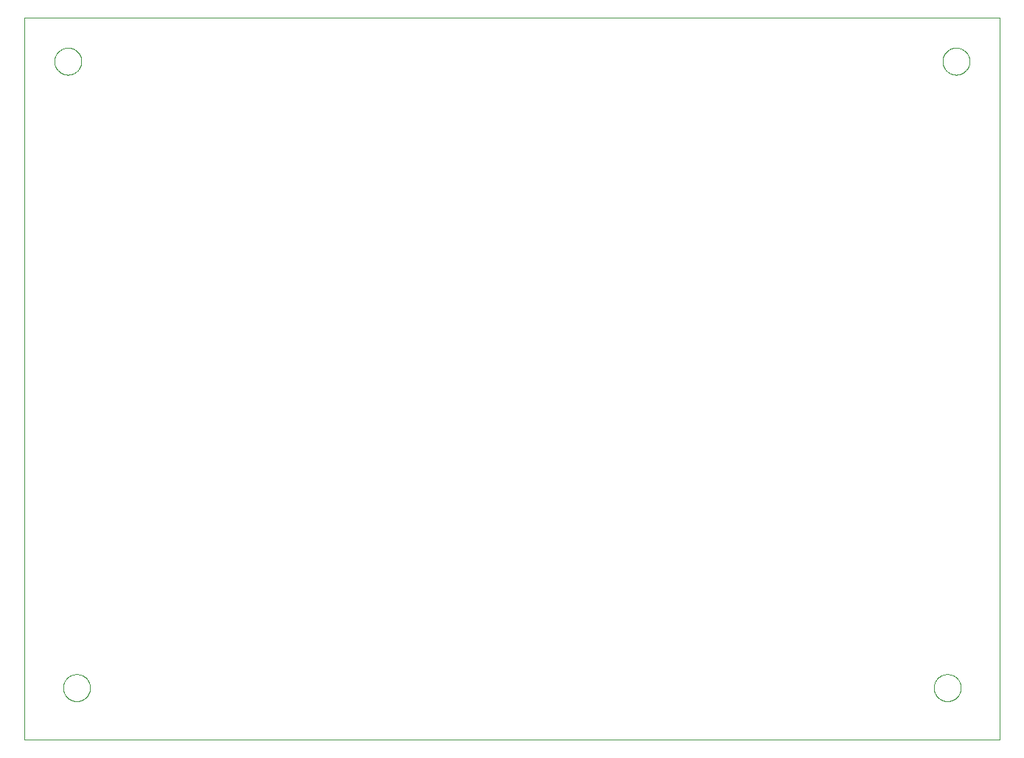
<source format=gko>
G04 EAGLE Gerber RS-274X export*
G75*
%MOMM*%
%FSLAX34Y34*%
%LPD*%
%INBoard ouline*%
%IPPOS*%
%AMOC8*
5,1,8,0,0,1.08239X$1,22.5*%
G01*
%ADD10C,0.000000*%


D10*
X230000Y450000D02*
X1350000Y450000D01*
X1350000Y1280000D01*
X230000Y1280000D01*
X230000Y450000D01*
X274500Y510000D02*
X274505Y510380D01*
X274519Y510761D01*
X274542Y511140D01*
X274575Y511519D01*
X274617Y511897D01*
X274668Y512274D01*
X274728Y512650D01*
X274798Y513024D01*
X274877Y513396D01*
X274965Y513766D01*
X275061Y514134D01*
X275167Y514499D01*
X275282Y514862D01*
X275406Y515222D01*
X275539Y515578D01*
X275680Y515932D01*
X275830Y516281D01*
X275988Y516627D01*
X276155Y516969D01*
X276330Y517307D01*
X276514Y517640D01*
X276705Y517969D01*
X276905Y518292D01*
X277112Y518611D01*
X277327Y518925D01*
X277550Y519233D01*
X277781Y519536D01*
X278018Y519833D01*
X278263Y520124D01*
X278515Y520409D01*
X278774Y520688D01*
X279040Y520960D01*
X279312Y521226D01*
X279591Y521485D01*
X279876Y521737D01*
X280167Y521982D01*
X280464Y522219D01*
X280767Y522450D01*
X281075Y522673D01*
X281389Y522888D01*
X281708Y523095D01*
X282031Y523295D01*
X282360Y523486D01*
X282693Y523670D01*
X283031Y523845D01*
X283373Y524012D01*
X283719Y524170D01*
X284068Y524320D01*
X284422Y524461D01*
X284778Y524594D01*
X285138Y524718D01*
X285501Y524833D01*
X285866Y524939D01*
X286234Y525035D01*
X286604Y525123D01*
X286976Y525202D01*
X287350Y525272D01*
X287726Y525332D01*
X288103Y525383D01*
X288481Y525425D01*
X288860Y525458D01*
X289239Y525481D01*
X289620Y525495D01*
X290000Y525500D01*
X290380Y525495D01*
X290761Y525481D01*
X291140Y525458D01*
X291519Y525425D01*
X291897Y525383D01*
X292274Y525332D01*
X292650Y525272D01*
X293024Y525202D01*
X293396Y525123D01*
X293766Y525035D01*
X294134Y524939D01*
X294499Y524833D01*
X294862Y524718D01*
X295222Y524594D01*
X295578Y524461D01*
X295932Y524320D01*
X296281Y524170D01*
X296627Y524012D01*
X296969Y523845D01*
X297307Y523670D01*
X297640Y523486D01*
X297969Y523295D01*
X298292Y523095D01*
X298611Y522888D01*
X298925Y522673D01*
X299233Y522450D01*
X299536Y522219D01*
X299833Y521982D01*
X300124Y521737D01*
X300409Y521485D01*
X300688Y521226D01*
X300960Y520960D01*
X301226Y520688D01*
X301485Y520409D01*
X301737Y520124D01*
X301982Y519833D01*
X302219Y519536D01*
X302450Y519233D01*
X302673Y518925D01*
X302888Y518611D01*
X303095Y518292D01*
X303295Y517969D01*
X303486Y517640D01*
X303670Y517307D01*
X303845Y516969D01*
X304012Y516627D01*
X304170Y516281D01*
X304320Y515932D01*
X304461Y515578D01*
X304594Y515222D01*
X304718Y514862D01*
X304833Y514499D01*
X304939Y514134D01*
X305035Y513766D01*
X305123Y513396D01*
X305202Y513024D01*
X305272Y512650D01*
X305332Y512274D01*
X305383Y511897D01*
X305425Y511519D01*
X305458Y511140D01*
X305481Y510761D01*
X305495Y510380D01*
X305500Y510000D01*
X305495Y509620D01*
X305481Y509239D01*
X305458Y508860D01*
X305425Y508481D01*
X305383Y508103D01*
X305332Y507726D01*
X305272Y507350D01*
X305202Y506976D01*
X305123Y506604D01*
X305035Y506234D01*
X304939Y505866D01*
X304833Y505501D01*
X304718Y505138D01*
X304594Y504778D01*
X304461Y504422D01*
X304320Y504068D01*
X304170Y503719D01*
X304012Y503373D01*
X303845Y503031D01*
X303670Y502693D01*
X303486Y502360D01*
X303295Y502031D01*
X303095Y501708D01*
X302888Y501389D01*
X302673Y501075D01*
X302450Y500767D01*
X302219Y500464D01*
X301982Y500167D01*
X301737Y499876D01*
X301485Y499591D01*
X301226Y499312D01*
X300960Y499040D01*
X300688Y498774D01*
X300409Y498515D01*
X300124Y498263D01*
X299833Y498018D01*
X299536Y497781D01*
X299233Y497550D01*
X298925Y497327D01*
X298611Y497112D01*
X298292Y496905D01*
X297969Y496705D01*
X297640Y496514D01*
X297307Y496330D01*
X296969Y496155D01*
X296627Y495988D01*
X296281Y495830D01*
X295932Y495680D01*
X295578Y495539D01*
X295222Y495406D01*
X294862Y495282D01*
X294499Y495167D01*
X294134Y495061D01*
X293766Y494965D01*
X293396Y494877D01*
X293024Y494798D01*
X292650Y494728D01*
X292274Y494668D01*
X291897Y494617D01*
X291519Y494575D01*
X291140Y494542D01*
X290761Y494519D01*
X290380Y494505D01*
X290000Y494500D01*
X289620Y494505D01*
X289239Y494519D01*
X288860Y494542D01*
X288481Y494575D01*
X288103Y494617D01*
X287726Y494668D01*
X287350Y494728D01*
X286976Y494798D01*
X286604Y494877D01*
X286234Y494965D01*
X285866Y495061D01*
X285501Y495167D01*
X285138Y495282D01*
X284778Y495406D01*
X284422Y495539D01*
X284068Y495680D01*
X283719Y495830D01*
X283373Y495988D01*
X283031Y496155D01*
X282693Y496330D01*
X282360Y496514D01*
X282031Y496705D01*
X281708Y496905D01*
X281389Y497112D01*
X281075Y497327D01*
X280767Y497550D01*
X280464Y497781D01*
X280167Y498018D01*
X279876Y498263D01*
X279591Y498515D01*
X279312Y498774D01*
X279040Y499040D01*
X278774Y499312D01*
X278515Y499591D01*
X278263Y499876D01*
X278018Y500167D01*
X277781Y500464D01*
X277550Y500767D01*
X277327Y501075D01*
X277112Y501389D01*
X276905Y501708D01*
X276705Y502031D01*
X276514Y502360D01*
X276330Y502693D01*
X276155Y503031D01*
X275988Y503373D01*
X275830Y503719D01*
X275680Y504068D01*
X275539Y504422D01*
X275406Y504778D01*
X275282Y505138D01*
X275167Y505501D01*
X275061Y505866D01*
X274965Y506234D01*
X274877Y506604D01*
X274798Y506976D01*
X274728Y507350D01*
X274668Y507726D01*
X274617Y508103D01*
X274575Y508481D01*
X274542Y508860D01*
X274519Y509239D01*
X274505Y509620D01*
X274500Y510000D01*
X264500Y1230000D02*
X264505Y1230380D01*
X264519Y1230761D01*
X264542Y1231140D01*
X264575Y1231519D01*
X264617Y1231897D01*
X264668Y1232274D01*
X264728Y1232650D01*
X264798Y1233024D01*
X264877Y1233396D01*
X264965Y1233766D01*
X265061Y1234134D01*
X265167Y1234499D01*
X265282Y1234862D01*
X265406Y1235222D01*
X265539Y1235578D01*
X265680Y1235932D01*
X265830Y1236281D01*
X265988Y1236627D01*
X266155Y1236969D01*
X266330Y1237307D01*
X266514Y1237640D01*
X266705Y1237969D01*
X266905Y1238292D01*
X267112Y1238611D01*
X267327Y1238925D01*
X267550Y1239233D01*
X267781Y1239536D01*
X268018Y1239833D01*
X268263Y1240124D01*
X268515Y1240409D01*
X268774Y1240688D01*
X269040Y1240960D01*
X269312Y1241226D01*
X269591Y1241485D01*
X269876Y1241737D01*
X270167Y1241982D01*
X270464Y1242219D01*
X270767Y1242450D01*
X271075Y1242673D01*
X271389Y1242888D01*
X271708Y1243095D01*
X272031Y1243295D01*
X272360Y1243486D01*
X272693Y1243670D01*
X273031Y1243845D01*
X273373Y1244012D01*
X273719Y1244170D01*
X274068Y1244320D01*
X274422Y1244461D01*
X274778Y1244594D01*
X275138Y1244718D01*
X275501Y1244833D01*
X275866Y1244939D01*
X276234Y1245035D01*
X276604Y1245123D01*
X276976Y1245202D01*
X277350Y1245272D01*
X277726Y1245332D01*
X278103Y1245383D01*
X278481Y1245425D01*
X278860Y1245458D01*
X279239Y1245481D01*
X279620Y1245495D01*
X280000Y1245500D01*
X280380Y1245495D01*
X280761Y1245481D01*
X281140Y1245458D01*
X281519Y1245425D01*
X281897Y1245383D01*
X282274Y1245332D01*
X282650Y1245272D01*
X283024Y1245202D01*
X283396Y1245123D01*
X283766Y1245035D01*
X284134Y1244939D01*
X284499Y1244833D01*
X284862Y1244718D01*
X285222Y1244594D01*
X285578Y1244461D01*
X285932Y1244320D01*
X286281Y1244170D01*
X286627Y1244012D01*
X286969Y1243845D01*
X287307Y1243670D01*
X287640Y1243486D01*
X287969Y1243295D01*
X288292Y1243095D01*
X288611Y1242888D01*
X288925Y1242673D01*
X289233Y1242450D01*
X289536Y1242219D01*
X289833Y1241982D01*
X290124Y1241737D01*
X290409Y1241485D01*
X290688Y1241226D01*
X290960Y1240960D01*
X291226Y1240688D01*
X291485Y1240409D01*
X291737Y1240124D01*
X291982Y1239833D01*
X292219Y1239536D01*
X292450Y1239233D01*
X292673Y1238925D01*
X292888Y1238611D01*
X293095Y1238292D01*
X293295Y1237969D01*
X293486Y1237640D01*
X293670Y1237307D01*
X293845Y1236969D01*
X294012Y1236627D01*
X294170Y1236281D01*
X294320Y1235932D01*
X294461Y1235578D01*
X294594Y1235222D01*
X294718Y1234862D01*
X294833Y1234499D01*
X294939Y1234134D01*
X295035Y1233766D01*
X295123Y1233396D01*
X295202Y1233024D01*
X295272Y1232650D01*
X295332Y1232274D01*
X295383Y1231897D01*
X295425Y1231519D01*
X295458Y1231140D01*
X295481Y1230761D01*
X295495Y1230380D01*
X295500Y1230000D01*
X295495Y1229620D01*
X295481Y1229239D01*
X295458Y1228860D01*
X295425Y1228481D01*
X295383Y1228103D01*
X295332Y1227726D01*
X295272Y1227350D01*
X295202Y1226976D01*
X295123Y1226604D01*
X295035Y1226234D01*
X294939Y1225866D01*
X294833Y1225501D01*
X294718Y1225138D01*
X294594Y1224778D01*
X294461Y1224422D01*
X294320Y1224068D01*
X294170Y1223719D01*
X294012Y1223373D01*
X293845Y1223031D01*
X293670Y1222693D01*
X293486Y1222360D01*
X293295Y1222031D01*
X293095Y1221708D01*
X292888Y1221389D01*
X292673Y1221075D01*
X292450Y1220767D01*
X292219Y1220464D01*
X291982Y1220167D01*
X291737Y1219876D01*
X291485Y1219591D01*
X291226Y1219312D01*
X290960Y1219040D01*
X290688Y1218774D01*
X290409Y1218515D01*
X290124Y1218263D01*
X289833Y1218018D01*
X289536Y1217781D01*
X289233Y1217550D01*
X288925Y1217327D01*
X288611Y1217112D01*
X288292Y1216905D01*
X287969Y1216705D01*
X287640Y1216514D01*
X287307Y1216330D01*
X286969Y1216155D01*
X286627Y1215988D01*
X286281Y1215830D01*
X285932Y1215680D01*
X285578Y1215539D01*
X285222Y1215406D01*
X284862Y1215282D01*
X284499Y1215167D01*
X284134Y1215061D01*
X283766Y1214965D01*
X283396Y1214877D01*
X283024Y1214798D01*
X282650Y1214728D01*
X282274Y1214668D01*
X281897Y1214617D01*
X281519Y1214575D01*
X281140Y1214542D01*
X280761Y1214519D01*
X280380Y1214505D01*
X280000Y1214500D01*
X279620Y1214505D01*
X279239Y1214519D01*
X278860Y1214542D01*
X278481Y1214575D01*
X278103Y1214617D01*
X277726Y1214668D01*
X277350Y1214728D01*
X276976Y1214798D01*
X276604Y1214877D01*
X276234Y1214965D01*
X275866Y1215061D01*
X275501Y1215167D01*
X275138Y1215282D01*
X274778Y1215406D01*
X274422Y1215539D01*
X274068Y1215680D01*
X273719Y1215830D01*
X273373Y1215988D01*
X273031Y1216155D01*
X272693Y1216330D01*
X272360Y1216514D01*
X272031Y1216705D01*
X271708Y1216905D01*
X271389Y1217112D01*
X271075Y1217327D01*
X270767Y1217550D01*
X270464Y1217781D01*
X270167Y1218018D01*
X269876Y1218263D01*
X269591Y1218515D01*
X269312Y1218774D01*
X269040Y1219040D01*
X268774Y1219312D01*
X268515Y1219591D01*
X268263Y1219876D01*
X268018Y1220167D01*
X267781Y1220464D01*
X267550Y1220767D01*
X267327Y1221075D01*
X267112Y1221389D01*
X266905Y1221708D01*
X266705Y1222031D01*
X266514Y1222360D01*
X266330Y1222693D01*
X266155Y1223031D01*
X265988Y1223373D01*
X265830Y1223719D01*
X265680Y1224068D01*
X265539Y1224422D01*
X265406Y1224778D01*
X265282Y1225138D01*
X265167Y1225501D01*
X265061Y1225866D01*
X264965Y1226234D01*
X264877Y1226604D01*
X264798Y1226976D01*
X264728Y1227350D01*
X264668Y1227726D01*
X264617Y1228103D01*
X264575Y1228481D01*
X264542Y1228860D01*
X264519Y1229239D01*
X264505Y1229620D01*
X264500Y1230000D01*
X1284500Y1230000D02*
X1284505Y1230380D01*
X1284519Y1230761D01*
X1284542Y1231140D01*
X1284575Y1231519D01*
X1284617Y1231897D01*
X1284668Y1232274D01*
X1284728Y1232650D01*
X1284798Y1233024D01*
X1284877Y1233396D01*
X1284965Y1233766D01*
X1285061Y1234134D01*
X1285167Y1234499D01*
X1285282Y1234862D01*
X1285406Y1235222D01*
X1285539Y1235578D01*
X1285680Y1235932D01*
X1285830Y1236281D01*
X1285988Y1236627D01*
X1286155Y1236969D01*
X1286330Y1237307D01*
X1286514Y1237640D01*
X1286705Y1237969D01*
X1286905Y1238292D01*
X1287112Y1238611D01*
X1287327Y1238925D01*
X1287550Y1239233D01*
X1287781Y1239536D01*
X1288018Y1239833D01*
X1288263Y1240124D01*
X1288515Y1240409D01*
X1288774Y1240688D01*
X1289040Y1240960D01*
X1289312Y1241226D01*
X1289591Y1241485D01*
X1289876Y1241737D01*
X1290167Y1241982D01*
X1290464Y1242219D01*
X1290767Y1242450D01*
X1291075Y1242673D01*
X1291389Y1242888D01*
X1291708Y1243095D01*
X1292031Y1243295D01*
X1292360Y1243486D01*
X1292693Y1243670D01*
X1293031Y1243845D01*
X1293373Y1244012D01*
X1293719Y1244170D01*
X1294068Y1244320D01*
X1294422Y1244461D01*
X1294778Y1244594D01*
X1295138Y1244718D01*
X1295501Y1244833D01*
X1295866Y1244939D01*
X1296234Y1245035D01*
X1296604Y1245123D01*
X1296976Y1245202D01*
X1297350Y1245272D01*
X1297726Y1245332D01*
X1298103Y1245383D01*
X1298481Y1245425D01*
X1298860Y1245458D01*
X1299239Y1245481D01*
X1299620Y1245495D01*
X1300000Y1245500D01*
X1300380Y1245495D01*
X1300761Y1245481D01*
X1301140Y1245458D01*
X1301519Y1245425D01*
X1301897Y1245383D01*
X1302274Y1245332D01*
X1302650Y1245272D01*
X1303024Y1245202D01*
X1303396Y1245123D01*
X1303766Y1245035D01*
X1304134Y1244939D01*
X1304499Y1244833D01*
X1304862Y1244718D01*
X1305222Y1244594D01*
X1305578Y1244461D01*
X1305932Y1244320D01*
X1306281Y1244170D01*
X1306627Y1244012D01*
X1306969Y1243845D01*
X1307307Y1243670D01*
X1307640Y1243486D01*
X1307969Y1243295D01*
X1308292Y1243095D01*
X1308611Y1242888D01*
X1308925Y1242673D01*
X1309233Y1242450D01*
X1309536Y1242219D01*
X1309833Y1241982D01*
X1310124Y1241737D01*
X1310409Y1241485D01*
X1310688Y1241226D01*
X1310960Y1240960D01*
X1311226Y1240688D01*
X1311485Y1240409D01*
X1311737Y1240124D01*
X1311982Y1239833D01*
X1312219Y1239536D01*
X1312450Y1239233D01*
X1312673Y1238925D01*
X1312888Y1238611D01*
X1313095Y1238292D01*
X1313295Y1237969D01*
X1313486Y1237640D01*
X1313670Y1237307D01*
X1313845Y1236969D01*
X1314012Y1236627D01*
X1314170Y1236281D01*
X1314320Y1235932D01*
X1314461Y1235578D01*
X1314594Y1235222D01*
X1314718Y1234862D01*
X1314833Y1234499D01*
X1314939Y1234134D01*
X1315035Y1233766D01*
X1315123Y1233396D01*
X1315202Y1233024D01*
X1315272Y1232650D01*
X1315332Y1232274D01*
X1315383Y1231897D01*
X1315425Y1231519D01*
X1315458Y1231140D01*
X1315481Y1230761D01*
X1315495Y1230380D01*
X1315500Y1230000D01*
X1315495Y1229620D01*
X1315481Y1229239D01*
X1315458Y1228860D01*
X1315425Y1228481D01*
X1315383Y1228103D01*
X1315332Y1227726D01*
X1315272Y1227350D01*
X1315202Y1226976D01*
X1315123Y1226604D01*
X1315035Y1226234D01*
X1314939Y1225866D01*
X1314833Y1225501D01*
X1314718Y1225138D01*
X1314594Y1224778D01*
X1314461Y1224422D01*
X1314320Y1224068D01*
X1314170Y1223719D01*
X1314012Y1223373D01*
X1313845Y1223031D01*
X1313670Y1222693D01*
X1313486Y1222360D01*
X1313295Y1222031D01*
X1313095Y1221708D01*
X1312888Y1221389D01*
X1312673Y1221075D01*
X1312450Y1220767D01*
X1312219Y1220464D01*
X1311982Y1220167D01*
X1311737Y1219876D01*
X1311485Y1219591D01*
X1311226Y1219312D01*
X1310960Y1219040D01*
X1310688Y1218774D01*
X1310409Y1218515D01*
X1310124Y1218263D01*
X1309833Y1218018D01*
X1309536Y1217781D01*
X1309233Y1217550D01*
X1308925Y1217327D01*
X1308611Y1217112D01*
X1308292Y1216905D01*
X1307969Y1216705D01*
X1307640Y1216514D01*
X1307307Y1216330D01*
X1306969Y1216155D01*
X1306627Y1215988D01*
X1306281Y1215830D01*
X1305932Y1215680D01*
X1305578Y1215539D01*
X1305222Y1215406D01*
X1304862Y1215282D01*
X1304499Y1215167D01*
X1304134Y1215061D01*
X1303766Y1214965D01*
X1303396Y1214877D01*
X1303024Y1214798D01*
X1302650Y1214728D01*
X1302274Y1214668D01*
X1301897Y1214617D01*
X1301519Y1214575D01*
X1301140Y1214542D01*
X1300761Y1214519D01*
X1300380Y1214505D01*
X1300000Y1214500D01*
X1299620Y1214505D01*
X1299239Y1214519D01*
X1298860Y1214542D01*
X1298481Y1214575D01*
X1298103Y1214617D01*
X1297726Y1214668D01*
X1297350Y1214728D01*
X1296976Y1214798D01*
X1296604Y1214877D01*
X1296234Y1214965D01*
X1295866Y1215061D01*
X1295501Y1215167D01*
X1295138Y1215282D01*
X1294778Y1215406D01*
X1294422Y1215539D01*
X1294068Y1215680D01*
X1293719Y1215830D01*
X1293373Y1215988D01*
X1293031Y1216155D01*
X1292693Y1216330D01*
X1292360Y1216514D01*
X1292031Y1216705D01*
X1291708Y1216905D01*
X1291389Y1217112D01*
X1291075Y1217327D01*
X1290767Y1217550D01*
X1290464Y1217781D01*
X1290167Y1218018D01*
X1289876Y1218263D01*
X1289591Y1218515D01*
X1289312Y1218774D01*
X1289040Y1219040D01*
X1288774Y1219312D01*
X1288515Y1219591D01*
X1288263Y1219876D01*
X1288018Y1220167D01*
X1287781Y1220464D01*
X1287550Y1220767D01*
X1287327Y1221075D01*
X1287112Y1221389D01*
X1286905Y1221708D01*
X1286705Y1222031D01*
X1286514Y1222360D01*
X1286330Y1222693D01*
X1286155Y1223031D01*
X1285988Y1223373D01*
X1285830Y1223719D01*
X1285680Y1224068D01*
X1285539Y1224422D01*
X1285406Y1224778D01*
X1285282Y1225138D01*
X1285167Y1225501D01*
X1285061Y1225866D01*
X1284965Y1226234D01*
X1284877Y1226604D01*
X1284798Y1226976D01*
X1284728Y1227350D01*
X1284668Y1227726D01*
X1284617Y1228103D01*
X1284575Y1228481D01*
X1284542Y1228860D01*
X1284519Y1229239D01*
X1284505Y1229620D01*
X1284500Y1230000D01*
X1274500Y510000D02*
X1274505Y510380D01*
X1274519Y510761D01*
X1274542Y511140D01*
X1274575Y511519D01*
X1274617Y511897D01*
X1274668Y512274D01*
X1274728Y512650D01*
X1274798Y513024D01*
X1274877Y513396D01*
X1274965Y513766D01*
X1275061Y514134D01*
X1275167Y514499D01*
X1275282Y514862D01*
X1275406Y515222D01*
X1275539Y515578D01*
X1275680Y515932D01*
X1275830Y516281D01*
X1275988Y516627D01*
X1276155Y516969D01*
X1276330Y517307D01*
X1276514Y517640D01*
X1276705Y517969D01*
X1276905Y518292D01*
X1277112Y518611D01*
X1277327Y518925D01*
X1277550Y519233D01*
X1277781Y519536D01*
X1278018Y519833D01*
X1278263Y520124D01*
X1278515Y520409D01*
X1278774Y520688D01*
X1279040Y520960D01*
X1279312Y521226D01*
X1279591Y521485D01*
X1279876Y521737D01*
X1280167Y521982D01*
X1280464Y522219D01*
X1280767Y522450D01*
X1281075Y522673D01*
X1281389Y522888D01*
X1281708Y523095D01*
X1282031Y523295D01*
X1282360Y523486D01*
X1282693Y523670D01*
X1283031Y523845D01*
X1283373Y524012D01*
X1283719Y524170D01*
X1284068Y524320D01*
X1284422Y524461D01*
X1284778Y524594D01*
X1285138Y524718D01*
X1285501Y524833D01*
X1285866Y524939D01*
X1286234Y525035D01*
X1286604Y525123D01*
X1286976Y525202D01*
X1287350Y525272D01*
X1287726Y525332D01*
X1288103Y525383D01*
X1288481Y525425D01*
X1288860Y525458D01*
X1289239Y525481D01*
X1289620Y525495D01*
X1290000Y525500D01*
X1290380Y525495D01*
X1290761Y525481D01*
X1291140Y525458D01*
X1291519Y525425D01*
X1291897Y525383D01*
X1292274Y525332D01*
X1292650Y525272D01*
X1293024Y525202D01*
X1293396Y525123D01*
X1293766Y525035D01*
X1294134Y524939D01*
X1294499Y524833D01*
X1294862Y524718D01*
X1295222Y524594D01*
X1295578Y524461D01*
X1295932Y524320D01*
X1296281Y524170D01*
X1296627Y524012D01*
X1296969Y523845D01*
X1297307Y523670D01*
X1297640Y523486D01*
X1297969Y523295D01*
X1298292Y523095D01*
X1298611Y522888D01*
X1298925Y522673D01*
X1299233Y522450D01*
X1299536Y522219D01*
X1299833Y521982D01*
X1300124Y521737D01*
X1300409Y521485D01*
X1300688Y521226D01*
X1300960Y520960D01*
X1301226Y520688D01*
X1301485Y520409D01*
X1301737Y520124D01*
X1301982Y519833D01*
X1302219Y519536D01*
X1302450Y519233D01*
X1302673Y518925D01*
X1302888Y518611D01*
X1303095Y518292D01*
X1303295Y517969D01*
X1303486Y517640D01*
X1303670Y517307D01*
X1303845Y516969D01*
X1304012Y516627D01*
X1304170Y516281D01*
X1304320Y515932D01*
X1304461Y515578D01*
X1304594Y515222D01*
X1304718Y514862D01*
X1304833Y514499D01*
X1304939Y514134D01*
X1305035Y513766D01*
X1305123Y513396D01*
X1305202Y513024D01*
X1305272Y512650D01*
X1305332Y512274D01*
X1305383Y511897D01*
X1305425Y511519D01*
X1305458Y511140D01*
X1305481Y510761D01*
X1305495Y510380D01*
X1305500Y510000D01*
X1305495Y509620D01*
X1305481Y509239D01*
X1305458Y508860D01*
X1305425Y508481D01*
X1305383Y508103D01*
X1305332Y507726D01*
X1305272Y507350D01*
X1305202Y506976D01*
X1305123Y506604D01*
X1305035Y506234D01*
X1304939Y505866D01*
X1304833Y505501D01*
X1304718Y505138D01*
X1304594Y504778D01*
X1304461Y504422D01*
X1304320Y504068D01*
X1304170Y503719D01*
X1304012Y503373D01*
X1303845Y503031D01*
X1303670Y502693D01*
X1303486Y502360D01*
X1303295Y502031D01*
X1303095Y501708D01*
X1302888Y501389D01*
X1302673Y501075D01*
X1302450Y500767D01*
X1302219Y500464D01*
X1301982Y500167D01*
X1301737Y499876D01*
X1301485Y499591D01*
X1301226Y499312D01*
X1300960Y499040D01*
X1300688Y498774D01*
X1300409Y498515D01*
X1300124Y498263D01*
X1299833Y498018D01*
X1299536Y497781D01*
X1299233Y497550D01*
X1298925Y497327D01*
X1298611Y497112D01*
X1298292Y496905D01*
X1297969Y496705D01*
X1297640Y496514D01*
X1297307Y496330D01*
X1296969Y496155D01*
X1296627Y495988D01*
X1296281Y495830D01*
X1295932Y495680D01*
X1295578Y495539D01*
X1295222Y495406D01*
X1294862Y495282D01*
X1294499Y495167D01*
X1294134Y495061D01*
X1293766Y494965D01*
X1293396Y494877D01*
X1293024Y494798D01*
X1292650Y494728D01*
X1292274Y494668D01*
X1291897Y494617D01*
X1291519Y494575D01*
X1291140Y494542D01*
X1290761Y494519D01*
X1290380Y494505D01*
X1290000Y494500D01*
X1289620Y494505D01*
X1289239Y494519D01*
X1288860Y494542D01*
X1288481Y494575D01*
X1288103Y494617D01*
X1287726Y494668D01*
X1287350Y494728D01*
X1286976Y494798D01*
X1286604Y494877D01*
X1286234Y494965D01*
X1285866Y495061D01*
X1285501Y495167D01*
X1285138Y495282D01*
X1284778Y495406D01*
X1284422Y495539D01*
X1284068Y495680D01*
X1283719Y495830D01*
X1283373Y495988D01*
X1283031Y496155D01*
X1282693Y496330D01*
X1282360Y496514D01*
X1282031Y496705D01*
X1281708Y496905D01*
X1281389Y497112D01*
X1281075Y497327D01*
X1280767Y497550D01*
X1280464Y497781D01*
X1280167Y498018D01*
X1279876Y498263D01*
X1279591Y498515D01*
X1279312Y498774D01*
X1279040Y499040D01*
X1278774Y499312D01*
X1278515Y499591D01*
X1278263Y499876D01*
X1278018Y500167D01*
X1277781Y500464D01*
X1277550Y500767D01*
X1277327Y501075D01*
X1277112Y501389D01*
X1276905Y501708D01*
X1276705Y502031D01*
X1276514Y502360D01*
X1276330Y502693D01*
X1276155Y503031D01*
X1275988Y503373D01*
X1275830Y503719D01*
X1275680Y504068D01*
X1275539Y504422D01*
X1275406Y504778D01*
X1275282Y505138D01*
X1275167Y505501D01*
X1275061Y505866D01*
X1274965Y506234D01*
X1274877Y506604D01*
X1274798Y506976D01*
X1274728Y507350D01*
X1274668Y507726D01*
X1274617Y508103D01*
X1274575Y508481D01*
X1274542Y508860D01*
X1274519Y509239D01*
X1274505Y509620D01*
X1274500Y510000D01*
M02*

</source>
